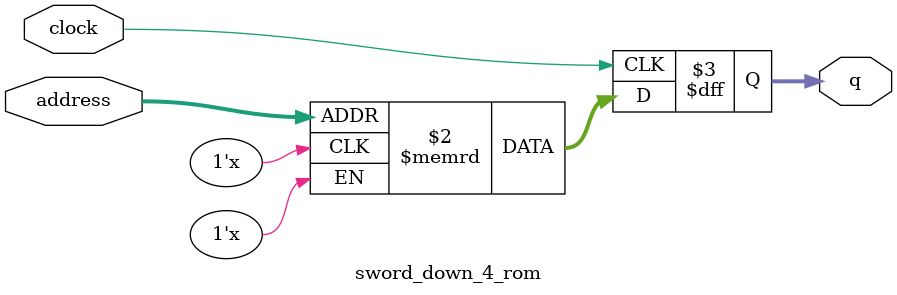
<source format=sv>
module zelda_rom (
	input logic clock,
	input logic [9:0] address,
	output logic [3:0] q
);

logic [3:0] memory [0:1023] /* synthesis ram_init_file = "./zelda/zelda.mif" */;

always_ff @ (posedge clock) begin
	q <= memory[address];
end

endmodule




module zelda_right_2_rom (
	input logic clock,
	input logic [9:0] address,
	output logic [2:0] q
);

logic [2:0] memory [0:1023] /* synthesis ram_init_file = "./zelda_right_2/zelda_right_2.mif" */;

always_ff @ (posedge clock) begin
	q <= memory[address];
end

endmodule



module Final_background_rom (
	input logic clock,
	input logic [17:0] address,
	output logic [3:0] q
);

logic [3:0] memory [0:249999] /* synthesis ram_init_file = "./Final_background/Final_background.mif" */;

always_ff @ (posedge clock) begin
	q <= memory[address];
	
end

endmodule




module up1_rom (
	input logic clock,
	input logic [9:0] address,
	output logic [3:0] q
);

logic [3:0] memory [0:1023] /* synthesis ram_init_file = "./up1/up1.mif" */;

always_ff @ (posedge clock) begin
	q <= memory[address];
end

endmodule





module final_down1_rom (
	input logic clock,
	input logic [9:0] address,
	output logic [3:0] q
);

logic [3:0] memory [0:1023] /* synthesis ram_init_file = "./final_down1/final_down1.mif" */;

always_ff @ (posedge clock) begin
	q <= memory[address];
end

endmodule


module final_right1_rom (
	input logic clock,
	input logic [9:0] address,
	output logic [3:0] q
);

logic [3:0] memory [0:1023] /* synthesis ram_init_file = "./final_right1/final_right1.mif" */;

always_ff @ (posedge clock) begin
	q <= memory[address];
end

endmodule


module final_final_sprite_left_rom (
	input logic clock,
	input logic [9:0] address,
	output logic [2:0] q
);

logic [2:0] memory [0:1023] /* synthesis ram_init_file = "./final_final_sprite_left/final_final_sprite_left.mif" */;

always_ff @ (posedge clock) begin
	q <= memory[address];
end

endmodule





module final_final_right_sprite_rom (
	input logic clock,
	input logic [9:0] address,
	output logic [2:0] q
);

logic [2:0] memory [0:1023] /* synthesis ram_init_file = "./final_final_right_sprite/final_final_right_sprite.mif" */;

always_ff @ (posedge clock) begin
	q <= memory[address];
end

endmodule


module final_left2_rom (
	input logic clock,
	input logic [9:0] address,
	output logic [2:0] q
);

logic [2:0] memory [0:1023] /* synthesis ram_init_file = "./final_left2/final_left2.mif" */;

always_ff @ (posedge clock) begin
	q <= memory[address];
end

endmodule



module final_up2_rom (
	input logic clock,
	input logic [9:0] address,
	output logic [2:0] q
);

logic [2:0] memory [0:1023] /* synthesis ram_init_file = "./final_up2/final_up2.mif" */;

always_ff @ (posedge clock) begin
	q <= memory[address];
end

endmodule


module final_down2_rom (
	input logic clock,
	input logic [9:0] address,
	output logic [2:0] q
);

logic [2:0] memory [0:1023] /* synthesis ram_init_file = "./final_down2/final_down2.mif" */;

always_ff @ (posedge clock) begin
	q <= memory[address];
end

endmodule



module aleena_rom (
	input logic clock,
	input logic [9:0] address,
	output logic [2:0] q
);

logic [2:0] memory [0:1023] /* synthesis ram_init_file = "./aleena/aleena.mif" */;

always_ff @ (posedge clock) begin
	q <= memory[address];
end

endmodule




module sword_right_1_rom (
	input logic clock,
	input logic [9:0] address,
	output logic [2:0] q
);

logic [2:0] memory [0:1023] /* synthesis ram_init_file = "./sword_right_1/sword_right_1.mif" */;

always_ff @ (posedge clock) begin
	q <= memory[address];
end

endmodule

module sword_right_2_rom (
	input logic clock,
	input logic [9:0] address,
	output logic [2:0] q
);

logic [2:0] memory [0:1023] /* synthesis ram_init_file = "./sword_right_2/sword_right_2.mif" */;

always_ff @ (posedge clock) begin
	q <= memory[address];
end

endmodule





module sword_right_3_rom (
	input logic clock,
	input logic [9:0] address,
	output logic [2:0] q
);

logic [2:0] memory [0:1023] /* synthesis ram_init_file = "./sword_right_3/sword_right_3.mif" */;

always_ff @ (posedge clock) begin
	q <= memory[address];
end

endmodule


module sword_right_4_rom (
	input logic clock,
	input logic [9:0] address,
	output logic [2:0] q
);

logic [2:0] memory [0:1023] /* synthesis ram_init_file = "./sword_right_4/sword_right_4.mif" */;

always_ff @ (posedge clock) begin
	q <= memory[address];
end

endmodule




module sword_up_1_rom (
	input logic clock,
	input logic [9:0] address,
	output logic [2:0] q
);

logic [2:0] memory [0:1023] /* synthesis ram_init_file = "./sword_up_1/sword_up_1.mif" */;

always_ff @ (posedge clock) begin
	q <= memory[address];
end

endmodule







module sword_up_2_rom (
	input logic clock,
	input logic [9:0] address,
	output logic [2:0] q
);

logic [2:0] memory [0:1023] /* synthesis ram_init_file = "./sword_up_2/sword_up_2.mif" */;

always_ff @ (posedge clock) begin
	q <= memory[address];
end

endmodule




module sword_up_3_rom (
	input logic clock,
	input logic [9:0] address,
	output logic [2:0] q
);

logic [2:0] memory [0:1023] /* synthesis ram_init_file = "./sword_up_3/sword_up_3.mif" */;

always_ff @ (posedge clock) begin
	q <= memory[address];
end

endmodule



module sword_up_4_rom (
	input logic clock,
	input logic [9:0] address,
	output logic [2:0] q
);

logic [2:0] memory [0:1023] /* synthesis ram_init_file = "./sword_up_4/sword_up_4.mif" */;

always_ff @ (posedge clock) begin
	q <= memory[address];
end

endmodule


module sword_down_1_rom (
	input logic clock,
	input logic [9:0] address,
	output logic [2:0] q
);

logic [2:0] memory [0:1023] /* synthesis ram_init_file = "./sword_down_1/sword_down_1.mif" */;

always_ff @ (posedge clock) begin
	q <= memory[address];
end

endmodule


module sword_down_2_rom (
	input logic clock,
	input logic [9:0] address,
	output logic [2:0] q
);

logic [2:0] memory [0:1023] /* synthesis ram_init_file = "./sword_down_2/sword_down_2.mif" */;

always_ff @ (posedge clock) begin
	q <= memory[address];
end

endmodule




module sword_down_3_rom (
	input logic clock,
	input logic [9:0] address,
	output logic [2:0] q
);

logic [2:0] memory [0:1023] /* synthesis ram_init_file = "./sword_down_3/sword_down_3.mif" */;

always_ff @ (posedge clock) begin
	q <= memory[address];
end

endmodule



module sword_down_4_rom (
	input logic clock,
	input logic [9:0] address,
	output logic [2:0] q
);

logic [2:0] memory [0:1023] /* synthesis ram_init_file = "./sword_down_4/sword_down_4.mif" */;

always_ff @ (posedge clock) begin
	q <= memory[address];
end

endmodule

</source>
